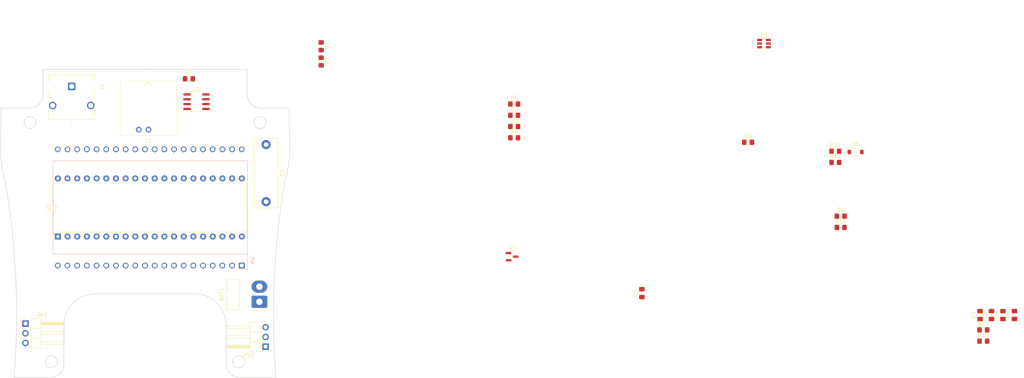
<source format=kicad_pcb>
(kicad_pcb (version 20221018) (generator pcbnew)
  (layers (0 "F.Cu" signal) (31 "B.Cu" mixed) (34 "B.Paste" user) (35 "F.Paste" user) (36 "B.SilkS" user "B.Silkscreen") (37 "F.SilkS" user "F.Silkscreen") (38 "B.Mask" user) (39 "F.Mask" user) (44 "Edge.Cuts" user))
  (net 0 "")
  (net 1 "+VDC")
  (net 2 "-VDC")
  (net 3 "Vref")
  (net 4 "GND")
  (net 5 "Net-(U2-OSC3)")
  (net 6 "Net-(U2-OSC1)")
  (net 7 "Net-(U2-CREF+)")
  (net 8 "Net-(U2-CREF-)")
  (net 9 "Net-(U2-A-Z)")
  (net 10 "Net-(C4-Pad2)")
  (net 11 "Net-(U2-INT)")
  (net 12 "Net-(D1-K)")
  (net 13 "BP")
  (net 14 "/scaled")
  (net 15 "Net-(R2-Pad2)")
  (net 16 "Net-(U1A--)")
  (net 17 "DP")
  (net 18 "Voffset")
  (net 19 "Net-(U1B-+)")
  (net 20 "Net-(U2-OSC2)")
  (net 21 "Net-(U2-BUFF)")
  (net 22 "Net-(J1-In)")
  (net 23 "Net-(J1-Ext)")
  (net 24 "Net-(U2-D1)")
  (net 25 "Net-(U2-C1)")
  (net 26 "Net-(U2-B1)")
  (net 27 "Net-(U2-A1)")
  (net 28 "Net-(U2-F1)")
  (net 29 "Net-(U2-G1)")
  (net 30 "Net-(U2-E1)")
  (net 31 "Net-(U2-D2)")
  (net 32 "Net-(U2-C2)")
  (net 33 "Net-(U2-B2)")
  (net 34 "Net-(U2-A2)")
  (net 35 "Net-(U2-F2)")
  (net 36 "Net-(U2-E2)")
  (net 37 "Net-(U2-D3)")
  (net 38 "Net-(U2-B3)")
  (net 39 "Net-(U2-F3)")
  (net 40 "Net-(U2-E3)")
  (net 41 "Net-(U2-AB4)")
  (net 42 "Net-(U2-POL)")
  (net 43 "Net-(U2-G3)")
  (net 44 "Net-(U2-A3)")
  (net 45 "Net-(U2-C3)")
  (net 46 "Net-(U2-G2)")
  (net 57 "Net-(J2-Pad5)")
  (net 58 "Net-(D1-A)")
  (footprint "Resistor_SMD:R_0805_2012Metric_Pad1.20x1.40mm_HandSolder" (layer "F.Cu") (at 188.595 64.0734)
    (fp_text reference "R7" (at 0 -1.65) (layer "F.SilkS"))
    (fp_text value "10k")
    (fp_line (start -0.227064 -0.735) (end 0.227064 -0.735) (stroke (width 0.12)) (layer "F.SilkS"))
    (fp_line (start -0.227064 0.735) (end 0.227064 0.735) (stroke (width 0.12)) (layer "F.SilkS"))
    (pad "1" smd roundrect (at -1 0) (size 1.2 1.4) (layers "F.Cu" "F.Paste" "F.Mask") (roundrect_rratio 0.208333) (net 18 "Voffset"))
    (pad "2" smd roundrect (at 1 0) (size 1.2 1.4) (layers "F.Cu" "F.Paste" "F.Mask") (roundrect_rratio 0.208333) (net 3 "Vref"))
  )
  (footprint "Capacitor_SMD:C_0805_2012Metric_Pad1.18x1.45mm_HandSolder" (layer "F.Cu") (at 310.81 116.49 90)
    (fp_text reference "C2" (at 0 -1.68 90) (layer "F.SilkS"))
    (fp_text value "100pF")
    (fp_line (start -0.261252 -0.735) (end 0.261252 -0.735) (stroke (width 0.12)) (layer "F.SilkS"))
    (fp_line (start -0.261252 0.735) (end 0.261252 0.735) (stroke (width 0.12)) (layer "F.SilkS"))
    (pad "1" smd roundrect (at -1.0375 0 90) (size 1.175 1.45) (layers "F.Cu" "F.Paste" "F.Mask") (roundrect_rratio 0.212766) (net 5 "Net-(U2-OSC3)"))
    (pad "2" smd roundrect (at 1.0375 0 90) (size 1.175 1.45) (layers "F.Cu" "F.Paste" "F.Mask") (roundrect_rratio 0.212766) (net 6 "Net-(U2-OSC1)"))
  )
  (footprint "Connector_Molex:Molex_KK-396_A-41792-0002_1x02_P3.96mm_Horizontal" (layer "F.Cu") (at 121.75 113 90)
    (fp_text reference "BAT1" (at 1.98 -9.91 90) (layer "F.SilkS"))
    (fp_text value "9V")
    (fp_line (start -2.305 -2) (end -2.305 2) (stroke (width 0.12)) (layer "F.SilkS"))
    (fp_line (start -2.015 -8.82) (end 5.975 -8.82) (stroke (width 0.12)) (layer "F.SilkS"))
    (fp_line (start -2.015 -5.3) (end -2.015 -8.82) (stroke (width 0.12)) (layer "F.SilkS"))
    (fp_line (start -0.8 -8.82) (end -0.8 -8.22) (stroke (width 0.12)) (layer "F.SilkS"))
    (fp_line (start -0.8 -8.22) (end 0.8 -8.22) (stroke (width 0.12)) (layer "F.SilkS"))
    (fp_line (start 0.8 -8.22) (end 0.8 -8.82) (stroke (width 0.12)) (layer "F.SilkS"))
    (fp_line (start 3.16 -8.82) (end 3.16 -8.22) (stroke (width 0.12)) (layer "F.SilkS"))
    (fp_line (start 3.16 -8.22) (end 4.76 -8.22) (stroke (width 0.12)) (layer "F.SilkS"))
    (fp_line (start 4.76 -8.22) (end 4.76 -8.82) (stroke (width 0.12)) (layer "F.SilkS"))
    (fp_line (start 5.975 -8.82) (end 5.975 -5.3) (stroke (width 0.12)) (layer "F.SilkS"))
    (fp_line (start 5.975 -5.3) (end -2.015 -5.3) (stroke (width 0.12)) (layer "F.SilkS"))
    (pad "1" thru_hole roundrect (at 0 0 90) (size 3.16 4.1) (drill 1.7) (layers "*.Cu" "*.Mask") (roundrect_rratio 0.079114) (net 1 "+VDC"))
    (pad "2" thru_hole oval (at 3.96 0 90) (size 3.16 4.1) (drill 1.7) (layers "*.Cu" "*.Mask") (net 2 "-VDC"))
  )
  (footprint "Package_TO_SOT_SMD:SOT-23" (layer "F.Cu") (at 188.0639 101.1682)
    (fp_text reference "Q1" (at 0 -2.4) (layer "F.SilkS"))
    (fp_text value "2N7002")
    (fp_line (start 0 -1.56) (end -1.675 -1.56) (stroke (width 0.12)) (layer "F.SilkS"))
    (fp_line (start 0 -1.56) (end 0.65 -1.56) (stroke (width 0.12)) (layer "F.SilkS"))
    (fp_line (start 0 1.56) (end -0.65 1.56) (stroke (width 0.12)) (layer "F.SilkS"))
    (fp_line (start 0 1.56) (end 0.65 1.56) (stroke (width 0.12)) (layer "F.SilkS"))
    (pad "1" smd roundrect (at -0.9375 -0.95) (size 1.475 0.6) (layers "F.Cu" "F.Paste" "F.Mask") (net 13 "BP"))
    (pad "2" smd roundrect (at -0.9375 0.95) (size 1.475 0.6) (layers "F.Cu" "F.Paste" "F.Mask") (net 4 "GND"))
    (pad "3" smd roundrect (at 0.9375 0) (size 1.475 0.6) (layers "F.Cu" "F.Paste" "F.Mask") (net 17 "DP"))
  )
  (footprint "Package_SO:SOIC-8_3.9x4.9mm_P1.27mm" (layer "F.Cu") (at 105.25 60.5)
    (fp_text reference "U1" (at 0 -3.4) (layer "F.SilkS"))
    (fp_text value "LMV358a")
    (fp_line (start 0 -2.56) (end -3.45 -2.56) (stroke (width 0.12)) (layer "F.SilkS"))
    (fp_line (start 0 -2.56) (end 1.95 -2.56) (stroke (width 0.12)) (layer "F.SilkS"))
    (fp_line (start 0 2.56) (end -1.95 2.56) (stroke (width 0.12)) (layer "F.SilkS"))
    (fp_line (start 0 2.56) (end 1.95 2.56) (stroke (width 0.12)) (layer "F.SilkS"))
    (pad "1" smd roundrect (at -2.475 -1.905) (size 1.95 0.6) (layers "F.Cu" "F.Paste" "F.Mask") (net 14 "/scaled"))
    (pad "2" smd roundrect (at -2.475 -0.635) (size 1.95 0.6) (layers "F.Cu" "F.Paste" "F.Mask") (net 16 "Net-(U1A--)"))
    (pad "3" smd roundrect (at -2.475 0.635) (size 1.95 0.6) (layers "F.Cu" "F.Paste" "F.Mask") (net 22 "Net-(J1-In)"))
    (pad "4" smd roundrect (at -2.475 1.905) (size 1.95 0.6) (layers "F.Cu" "F.Paste" "F.Mask") (net 2 "-VDC"))
    (pad "5" smd roundrect (at 2.475 1.905) (size 1.95 0.6) (layers "F.Cu" "F.Paste" "F.Mask") (net 19 "Net-(U1B-+)"))
    (pad "6" smd roundrect (at 2.475 0.635) (size 1.95 0.6) (layers "F.Cu" "F.Paste" "F.Mask") (net 4 "GND"))
    (pad "7" smd roundrect (at 2.475 -0.635) (size 1.95 0.6) (layers "F.Cu" "F.Paste" "F.Mask") (net 4 "GND"))
    (pad "8" smd roundrect (at 2.475 -1.905) (size 1.95 0.6) (layers "F.Cu" "F.Paste" "F.Mask") (net 1 "+VDC"))
  )
  (footprint "Capacitor_SMD:C_0805_2012Metric_Pad1.18x1.45mm_HandSolder" (layer "F.Cu") (at 222.0972 110.7401 90)
    (fp_text reference "C1" (at 0 -1.68 90) (layer "F.SilkS"))
    (fp_text value "1n")
    (fp_line (start -0.261252 -0.735) (end 0.261252 -0.735) (stroke (width 0.12)) (layer "F.SilkS"))
    (fp_line (start -0.261252 0.735) (end 0.261252 0.735) (stroke (width 0.12)) (layer "F.SilkS"))
    (pad "1" smd roundrect (at -1.0375 0 90) (size 1.175 1.45) (layers "F.Cu" "F.Paste" "F.Mask") (roundrect_rratio 0.212766) (net 3 "Vref"))
    (pad "2" smd roundrect (at 1.0375 0 90) (size 1.175 1.45) (layers "F.Cu" "F.Paste" "F.Mask") (roundrect_rratio 0.212766) (net 4 "GND"))
  )
  (footprint "Resistor_SMD:R_0805_2012Metric_Pad1.20x1.40mm_HandSolder" (layer "F.Cu") (at 188.595 61.1234)
    (fp_text reference "R6" (at 0 -1.65) (layer "F.SilkS"))
    (fp_text value "4.64k")
    (fp_line (start -0.227064 -0.735) (end 0.227064 -0.735) (stroke (width 0.12)) (layer "F.SilkS"))
    (fp_line (start -0.227064 0.735) (end 0.227064 0.735) (stroke (width 0.12)) (layer "F.SilkS"))
    (pad "1" smd roundrect (at -1 0) (size 1.2 1.4) (layers "F.Cu" "F.Paste" "F.Mask") (roundrect_rratio 0.208333) (net 4 "GND"))
    (pad "2" smd roundrect (at 1 0) (size 1.2 1.4) (layers "F.Cu" "F.Paste" "F.Mask") (roundrect_rratio 0.208333) (net 18 "Voffset"))
  )
  (footprint "Resistor_SMD:R_0805_2012Metric_Pad1.20x1.40mm_HandSolder" (layer "F.Cu") (at 188.595 69.9734)
    (fp_text reference "R9" (at 0 -1.65) (layer "F.SilkS"))
    (fp_text value "100K")
    (fp_line (start -0.227064 -0.735) (end 0.227064 -0.735) (stroke (width 0.12)) (layer "F.SilkS"))
    (fp_line (start -0.227064 0.735) (end 0.227064 0.735) (stroke (width 0.12)) (layer "F.SilkS"))
    (pad "1" smd roundrect (at -1 0) (size 1.2 1.4) (layers "F.Cu" "F.Paste" "F.Mask") (roundrect_rratio 0.208333) (net 2 "-VDC"))
    (pad "2" smd roundrect (at 1 0) (size 1.2 1.4) (layers "F.Cu" "F.Paste" "F.Mask") (roundrect_rratio 0.208333) (net 19 "Net-(U1B-+)"))
  )
  (footprint "Resistor_SMD:R_0805_2012Metric_Pad1.20x1.40mm_HandSolder" (layer "F.Cu") (at 137.95 49.96 -90)
    (fp_text reference "R3" (at 0 -1.65 90) (layer "F.SilkS"))
    (fp_text value "50M")
    (fp_line (start -0.227064 -0.735) (end 0.227064 -0.735) (stroke (width 0.12)) (layer "F.SilkS"))
    (fp_line (start -0.227064 0.735) (end 0.227064 0.735) (stroke (width 0.12)) (layer "F.SilkS"))
    (pad "1" smd roundrect (at -1 0 270) (size 1.2 1.4) (layers "F.Cu" "F.Paste" "F.Mask") (roundrect_rratio 0.208333) (net 15 "Net-(R2-Pad2)"))
    (pad "2" smd roundrect (at 1 0 270) (size 1.2 1.4) (layers "F.Cu" "F.Paste" "F.Mask") (roundrect_rratio 0.208333) (net 16 "Net-(U1A--)"))
  )
  (footprint "STX-3120-3B:KYCON_STX-3120-3B" (layer "F.Cu") (at 72.5 56.5 -90)
    (fp_text reference "J2" (at 0.175 -7.885 90) (layer "F.SilkS"))
    (fp_text value "10K")
    (fp_line (start -3 -6) (end -1.12 -6) (stroke (width 0.127)) (layer "F.SilkS"))
    (fp_line (start -3 6) (end -3 -6) (stroke (width 0.127)) (layer "F.SilkS"))
    (fp_line (start -1.12 6) (end -3 6) (stroke (width 0.127)) (layer "F.SilkS"))
    (fp_line (start 1.12 -6) (end 3.705 -6) (stroke (width 0.127)) (layer "F.SilkS"))
    (fp_line (start 1.12 6) (end 3.705 6) (stroke (width 0.127)) (layer "F.SilkS"))
    (fp_line (start 6.295 -6) (end 8.6 -6) (stroke (width 0.127)) (layer "F.SilkS"))
    (fp_line (start 8.6 -6) (end 8.6 6) (stroke (width 0.127)) (layer "F.SilkS"))
    (fp_line (start 8.6 6) (end 6.295 6) (stroke (width 0.127)) (layer "F.SilkS"))
    (fp_circle (center 9.35 0) (end 9.45 0) (stroke (width 0.2)) (fill none) (layer "F.SilkS"))
    (pad "" np_thru_hole circle (at 0 -5 270) (size 1.6 1.6) (drill 1.6) (layers "*.Cu" "*.Mask"))
    (pad "" np_thru_hole circle (at 0 5 270) (size 1.6 1.6) (drill 1.6) (layers "*.Cu" "*.Mask"))
    (pad "" np_thru_hole circle (at 5 0 270) (size 1.6 1.6) (drill 1.6) (layers "*.Cu" "*.Mask"))
    (pad "1" thru_hole rect (at 0 0 270) (size 1.95 1.95) (drill 1.3) (layers "*.Cu" "*.Mask") (net 14 "/scaled"))
    (pad "2" thru_hole circle (at 5 -5 270) (size 1.95 1.95) (drill 1.3) (layers "*.Cu" "*.Mask"))
    (pad "5" thru_hole circle (at 5 5 270) (size 1.95 1.95) (drill 1.3) (layers "*.Cu" "*.Mask") (net 57 "Net-(J2-Pad5)"))
  )
  (footprint "Resistor_SMD:R_0805_2012Metric_Pad1.20x1.40mm_HandSolder" (layer "F.Cu") (at 272.85 76.45)
    (fp_text reference "R12" (at 0 -1.65) (layer "F.SilkS"))
    (fp_text value "10k")
    (fp_line (start -0.227064 -0.735) (end 0.227064 -0.735) (stroke (width 0.12)) (layer "F.SilkS"))
    (fp_line (start -0.227064 0.735) (end 0.227064 0.735) (stroke (width 0.12)) (layer "F.SilkS"))
    (pad "1" smd roundrect (at -1 0) (size 1.2 1.4) (layers "F.Cu" "F.Paste" "F.Mask") (roundrect_rratio 0.208333) (net 2 "-VDC"))
    (pad "2" smd roundrect (at 1 0) (size 1.2 1.4) (layers "F.Cu" "F.Paste" "F.Mask") (roundrect_rratio 0.208333) (net 12 "Net-(D1-K)"))
  )
  (footprint "Package_DIP:DIP-40_W15.24mm" (layer "F.Cu") (at 68.875 95.875 90)
    (fp_text reference "U2" (at 7.62 -2.33 90) (layer "F.SilkS"))
    (fp_text value "ICL7106CPL")
    (fp_line (start 1.16 -1.33) (end 1.16 49.59) (stroke (width 0.12)) (layer "F.SilkS"))
    (fp_line (start 1.16 49.59) (end 14.08 49.59) (stroke (width 0.12)) (layer "F.SilkS"))
    (fp_line (start 6.62 -1.33) (end 1.16 -1.33) (stroke (width 0.12)) (layer "F.SilkS"))
    (fp_line (start 14.08 -1.33) (end 8.62 -1.33) (stroke (width 0.12)) (layer "F.SilkS"))
    (fp_line (start 14.08 49.59) (end 14.08 -1.33) (stroke (width 0.12)) (layer "F.SilkS"))
    (fp_arc (start 8.62 -1.33) (mid 7.62 -0.33) (end 6.62 -1.33) (stroke (width 0.12)) (layer "F.SilkS"))
    (pad "1" thru_hole rect (at 0 0 90) (size 1.6 1.6) (drill 0.8) (layers "*.Cu" "*.Mask") (net 1 "+VDC"))
    (pad "2" thru_hole oval (at 0 2.54 90) (size 1.6 1.6) (drill 0.8) (layers "*.Cu" "*.Mask") (net 24 "Net-(U2-D1)"))
    (pad "3" thru_hole oval (at 0 5.08 90) (size 1.6 1.6) (drill 0.8) (layers "*.Cu" "*.Mask") (net 25 "Net-(U2-C1)"))
    (pad "4" thru_hole oval (at 0 7.62 90) (size 1.6 1.6) (drill 0.8) (layers "*.Cu" "*.Mask") (net 26 "Net-(U2-B1)"))
    (pad "5" thru_hole oval (at 0 10.16 90) (size 1.6 1.6) (drill 0.8) (layers "*.Cu" "*.Mask") (net 27 "Net-(U2-A1)"))
    (pad "6" thru_hole oval (at 0 12.7 90) (size 1.6 1.6) (drill 0.8) (layers "*.Cu" "*.Mask") (net 28 "Net-(U2-F1)"))
    (pad "7" thru_hole oval (at 0 15.24 90) (size 1.6 1.6) (drill 0.8) (layers "*.Cu" "*.Mask") (net 29 "Net-(U2-G1)"))
    (pad "8" thru_hole oval (at 0 17.78 90) (size 1.6 1.6) (drill 0.8) (layers "*.Cu" "*.Mask") (net 30 "Net-(U2-E1)"))
    (pad "9" thru_hole oval (at 0 20.32 90) (size 1.6 1.6) (drill 0.8) (layers "*.Cu" "*.Mask") (net 31 "Net-(U2-D2)"))
    (pad "10" thru_hole oval (at 0 22.86 90) (size 1.6 1.6) (drill 0.8) (layers "*.Cu" "*.Mask") (net 32 "Net-(U2-C2)"))
    (pad "11" thru_hole oval (at 0 25.4 90) (size 1.6 1.6) (drill 0.8) (layers "*.Cu" "*.Mask") (net 33 "Net-(U2-B2)"))
    (pad "12" thru_hole oval (at 0 27.94 90) (size 1.6 1.6) (drill 0.8) (layers "*.Cu" "*.Mask") (net 34 "Net-(U2-A2)"))
    (pad "13" thru_hole oval (at 0 30.48 90) (size 1.6 1.6) (drill 0.8) (layers "*.Cu" "*.Mask") (net 35 "Net-(U2-F2)"))
    (pad "14" thru_hole oval (at 0 33.02 90) (size 1.6 1.6) (drill 0.8) (layers "*.Cu" "*.Mask") (net 36 "Net-(U2-E2)"))
    (pad "15" thru_hole oval (at 0 35.56 90) (size 1.6 1.6) (drill 0.8) (layers "*.Cu" "*.Mask") (net 37 "Net-(U2-D3)"))
    (pad "16" thru_hole oval (at 0 38.1 90) (size 1.6 1.6) (drill 0.8) (layers "*.Cu" "*.Mask") (net 38 "Net-(U2-B3)"))
    (pad "17" thru_hole oval (at 0 40.64 90) (size 1.6 1.6) (drill 0.8) (layers "*.Cu" "*.Mask") (net 39 "Net-(U2-F3)"))
    (pad "18" thru_hole oval (at 0 43.18 90) (size 1.6 1.6) (drill 0.8) (layers "*.Cu" "*.Mask") (net 40 "Net-(U2-E3)"))
    (pad "19" thru_hole oval (at 0 45.72 90) (size 1.6 1.6) (drill 0.8) (layers "*.Cu" "*.Mask") (net 41 "Net-(U2-AB4)"))
    (pad "20" thru_hole oval (at 0 48.26 90) (size 1.6 1.6) (drill 0.8) (layers "*.Cu" "*.Mask") (net 42 "Net-(U2-POL)"))
    (pad "21" thru_hole oval (at 15.24 48.26 90) (size 1.6 1.6) (drill 0.8) (layers "*.Cu" "*.Mask") (net 13 "BP"))
    (pad "22" thru_hole oval (at 15.24 45.72 90) (size 1.6 1.6) (drill 0.8) (layers "*.Cu" "*.Mask") (net 43 "Net-(U2-G3)"))
    (pad "23" thru_hole oval (at 15.24 43.18 90) (size 1.6 1.6) (drill 0.8) (layers "*.Cu" "*.Mask") (net 44 "Net-(U2-A3)"))
    (pad "24" thru_hole oval (at 15.24 40.64 90) (size 1.6 1.6) (drill 0.8) (layers "*.Cu" "*.Mask") (net 45 "Net-(U2-C3)"))
    (pad "25" thru_hole oval (at 15.24 38.1 90) (size 1.6 1.6) (drill 0.8) (layers "*.Cu" "*.Mask") (net 46 "Net-(U2-G2)"))
    (pad "26" thru_hole oval (at 15.24 35.56 90) (size 1.6 1.6) (drill 0.8) (layers "*.Cu" "*.Mask") (net 2 "-VDC"))
    (pad "27" thru_hole oval (at 15.24 33.02 90) (size 1.6 1.6) (drill 0.8) (layers "*.Cu" "*.Mask") (net 11 "Net-(U2-INT)"))
    (pad "28" thru_hole oval (at 15.24 30.48 90) (size 1.6 1.6) (drill 0.8) (layers "*.Cu" "*.Mask") (net 21 "Net-(U2-BUFF)"))
    (pad "29" thru_hole oval (at 15.24 27.94 90) (size 1.6 1.6) (drill 0.8) (layers "*.Cu" "*.Mask") (net 9 "Net-(U2-A-Z)"))
    (pad "30" thru_hole oval (at 15.24 25.4 90) (size 1.6 1.6) (drill 0.8) (layers "*.Cu" "*.Mask") (net 14 "/scaled"))
    (pad "31" thru_hole oval (at 15.24 22.86 90) (size 1.6 1.6) (drill 0.8) (layers "*.Cu" "*.Mask") (net 18 "Voffset"))
    (pad "32" thru_hole oval (at 15.24 20.32 90) (size 1.6 1.6) (drill 0.8) (layers "*.Cu" "*.Mask") (net 4 "GND"))
    (pad "33" thru_hole oval (at 15.24 17.78 90) (size 1.6 1.6) (drill 0.8) (layers "*.Cu" "*.Mask") (net 8 "Net-(U2-CREF-)"))
    (pad "34" thru_hole oval (at 15.24 15.24 90) (size 1.6 1.6) (drill 0.8) (layers "*.Cu" "*.Mask") (net 7 "Net-(U2-CREF+)"))
    (pad "35" thru_hole oval (at 15.24 12.7 90) (size 1.6 1.6) (drill 0.8) (layers "*.Cu" "*.Mask") (net 4 "GND"))
    (pad "36" thru_hole oval (at 15.24 10.16 90) (size 1.6 1.6) (drill 0.8) (layers "*.Cu" "*.Mask") (net 3 "Vref"))
    (pad "37" thru_hole oval (at 15.24 7.62 90) (size 1.6 1.6) (drill 0.8) (layers "*.Cu" "*.Mask"))
    (pad "38" thru_hole oval (at 15.24 5.08 90) (size 1.6 1.6) (drill 0.8) (layers "*.Cu" "*.Mask") (net 5 "Net-(U2-OSC3)"))
    (pad "39" thru_hole oval (at 15.24 2.54 90) (size 1.6 1.6) (drill 0.8) (layers "*.Cu" "*.Mask") (net 20 "Net-(U2-OSC2)"))
    (pad "40" thru_hole oval (at 15.24 0 90) (size 1.6 1.6) (drill 0.8) (layers "*.Cu" "*.Mask") (net 6 "Net-(U2-OSC1)"))
  )
  (footprint "Resistor_SMD:R_0805_2012Metric_Pad1.20x1.40mm_HandSolder" (layer "F.Cu") (at 311.68 123.32)
    (fp_text reference "R14" (at 0 -1.65) (layer "F.SilkS"))
    (fp_text value "470k")
    (fp_line (start -0.227064 -0.735) (end 0.227064 -0.735) (stroke (width 0.12)) (layer "F.SilkS"))
    (fp_line (start -0.227064 0.735) (end 0.227064 0.735) (stroke (width 0.12)) (layer "F.SilkS"))
    (pad "1" smd roundrect (at -1 0) (size 1.2 1.4) (layers "F.Cu" "F.Paste" "F.Mask") (roundrect_rratio 0.208333) (net 21 "Net-(U2-BUFF)"))
    (pad "2" smd roundrect (at 1 0) (size 1.2 1.4) (layers "F.Cu" "F.Paste" "F.Mask") (roundrect_rratio 0.208333) (net 10 "Net-(C4-Pad2)"))
  )
  (footprint "Resistor_SMD:R_0805_2012Metric_Pad1.20x1.40mm_HandSolder" (layer "F.Cu") (at 188.595 67.0234)
    (fp_text reference "R8" (at 0 -1.65) (layer "F.SilkS"))
    (fp_text value "100K")
    (fp_line (start -0.227064 -0.735) (end 0.227064 -0.735) (stroke (width 0.12)) (layer "F.SilkS"))
    (fp_line (start -0.227064 0.735) (end 0.227064 0.735) (stroke (width 0.12)) (layer "F.SilkS"))
    (pad "1" smd roundrect (at -1 0) (size 1.2 1.4) (layers "F.Cu" "F.Paste" "F.Mask") (roundrect_rratio 0.208333) (net 19 "Net-(U1B-+)"))
    (pad "2" smd roundrect (at 1 0) (size 1.2 1.4) (layers "F.Cu" "F.Paste" "F.Mask") (roundrect_rratio 0.208333) (net 1 "+VDC"))
  )
  (footprint "Capacitor_SMD:C_0805_2012Metric_Pad1.18x1.45mm_HandSolder" (layer "F.Cu") (at 316.83 116.49 90)
    (fp_text reference "C4" (at 0 -1.68 90) (layer "F.SilkS"))
    (fp_text value ".047uF")
    (fp_line (start -0.261252 -0.735) (end 0.261252 -0.735) (stroke (width 0.12)) (layer "F.SilkS"))
    (fp_line (start -0.261252 0.735) (end 0.261252 0.735) (stroke (width 0.12)) (layer "F.SilkS"))
    (pad "1" smd roundrect (at -1.0375 0 90) (size 1.175 1.45) (layers "F.Cu" "F.Paste" "F.Mask") (roundrect_rratio 0.212766) (net 9 "Net-(U2-A-Z)"))
    (pad "2" smd roundrect (at 1.0375 0 90) (size 1.175 1.45) (layers "F.Cu" "F.Paste" "F.Mask") (roundrect_rratio 0.212766) (net 10 "Net-(C4-Pad2)"))
  )
  (footprint "Resistor_SMD:R_0805_2012Metric_Pad1.20x1.40mm_HandSolder" (layer "F.Cu") (at 137.95 45.96 -90)
    (fp_text reference "R2" (at 0 -1.65 90) (layer "F.SilkS"))
    (fp_text value "10k")
    (fp_line (start -0.227064 -0.735) (end 0.227064 -0.735) (stroke (width 0.12)) (layer "F.SilkS"))
    (fp_line (start -0.227064 0.735) (end 0.227064 0.735) (stroke (width 0.12)) (layer "F.SilkS"))
    (pad "1" smd roundrect (at -1 0 270) (size 1.2 1.4) (layers "F.Cu" "F.Paste" "F.Mask") (roundrect_rratio 0.208333) (net 4 "GND"))
    (pad "2" smd roundrect (at 1 0 270) (size 1.2 1.4) (layers "F.Cu" "F.Paste" "F.Mask") (roundrect_rratio 0.208333) (net 15 "Net-(R2-Pad2)"))
  )
  (footprint "Capacitor_THT:C_Rect_L18.0mm_W6.0mm_P15.00mm_FKS3_FKP3" (layer "F.Cu") (at 123.5 71.75 -90)
    (fp_text reference "C5" (at 7.5 -4.25 90) (layer "F.SilkS"))
    (fp_text value ".22uF")
    (fp_line (start -1.62 -3.12) (end -1.62 3.12) (stroke (width 0.12)) (layer "F.SilkS"))
    (fp_line (start -1.62 -3.12) (end 16.62 -3.12) (stroke (width 0.12)) (layer "F.SilkS"))
    (fp_line (start -1.62 3.12) (end 16.62 3.12) (stroke (width 0.12)) (layer "F.SilkS"))
    (fp_line (start 16.62 -3.12) (end 16.62 3.12) (stroke (width 0.12)) (layer "F.SilkS"))
    (pad "1" thru_hole circle (at 0 0 270) (size 2.4 2.4) (drill 1.2) (layers "*.Cu" "*.Mask") (net 11 "Net-(U2-INT)"))
    (pad "2" thru_hole circle (at 15 0 270) (size 2.4 2.4) (drill 1.2) (layers "*.Cu" "*.Mask") (net 10 "Net-(C4-Pad2)"))
  )
  (footprint "Resistor_SMD:R_0805_2012Metric_Pad1.20x1.40mm_HandSolder" (layer "F.Cu") (at 103.25 54.5)
    (fp_text reference "R1" (at 0 -1.65) (layer "F.SilkS"))
    (fp_text value "6.2k")
    (fp_line (start -0.227064 -0.735) (end 0.227064 -0.735) (stroke (width 0.12)) (layer "F.SilkS"))
    (fp_line (start -0.227064 0.735) (end 0.227064 0.735) (stroke (width 0.12)) (layer "F.SilkS"))
    (pad "1" smd roundrect (at -1 0) (size 1.2 1.4) (layers "F.Cu" "F.Paste" "F.Mask") (roundrect_rratio 0.208333) (net 57 "Net-(J2-Pad5)"))
    (pad "2" smd roundrect (at 1 0) (size 1.2 1.4) (layers "F.Cu" "F.Paste" "F.Mask") (roundrect_rratio 0.208333) (net 14 "/scaled"))
  )
  (footprint "Package_TO_SOT_SMD:SOT-23-6" (layer "F.Cu") (at 254.1325 45.2526)
    (fp_text reference "U3" (at 0 -2.4) (layer "F.SilkS"))
    (fp_text value "MCP1501-10xCH")
    (fp_line (start 0 -1.56) (end -1.8 -1.56) (stroke (width 0.12)) (layer "F.SilkS"))
    (fp_line (start 0 -1.56) (end 0.8 -1.56) (stroke (width 0.12)) (layer "F.SilkS"))
    (fp_line (start 0 1.56) (end -0.8 1.56) (stroke (width 0.12)) (layer "F.SilkS"))
    (fp_line (start 0 1.56) (end 0.8 1.56) (stroke (width 0.12)) (layer "F.SilkS"))
    (pad "1" smd roundrect (at -1.1375 -0.95) (size 1.325 0.6) (layers "F.Cu" "F.Paste" "F.Mask") (net 3 "Vref"))
    (pad "2" smd roundrect (at -1.1375 0) (size 1.325 0.6) (layers "F.Cu" "F.Paste" "F.Mask") (net 4 "GND"))
    (pad "3" smd roundrect (at -1.1375 0.95) (size 1.325 0.6) (layers "F.Cu" "F.Paste" "F.Mask") (net 4 "GND"))
    (pad "4" smd roundrect (at 1.1375 0.95) (size 1.325 0.6) (layers "F.Cu" "F.Paste" "F.Mask") (net 1 "+VDC"))
    (pad "5" smd roundrect (at 1.1375 0) (size 1.325 0.6) (layers "F.Cu" "F.Paste" "F.Mask") (net 4 "GND"))
    (pad "6" smd roundrect (at 1.1375 -0.95) (size 1.325 0.6) (layers "F.Cu" "F.Paste" "F.Mask") (net 1 "+VDC"))
  )
  (footprint "Resistor_SMD:R_0805_2012Metric_Pad1.20x1.40mm_HandSolder" (layer "F.Cu") (at 311.68 120.37)
    (fp_text reference "R13" (at 0 -1.65) (layer "F.SilkS"))
    (fp_text value "100k")
    (fp_line (start -0.227064 -0.735) (end 0.227064 -0.735) (stroke (width 0.12)) (layer "F.SilkS"))
    (fp_line (start -0.227064 0.735) (end 0.227064 0.735) (stroke (width 0.12)) (layer "F.SilkS"))
    (pad "1" smd roundrect (at -1 0) (size 1.2 1.4) (layers "F.Cu" "F.Paste" "F.Mask") (roundrect_rratio 0.208333) (net 6 "Net-(U2-OSC1)"))
    (pad "2" smd roundrect (at 1 0) (size 1.2 1.4) (layers "F.Cu" "F.Paste" "F.Mask") (roundrect_rratio 0.208333) (net 20 "Net-(U2-OSC2)"))
  )
  (footprint "Resistor_SMD:R_0805_2012Metric_Pad1.20x1.40mm_HandSolder" (layer "F.Cu") (at 274.25 93.5)
    (fp_text reference "R10" (at 0 -1.65) (layer "F.SilkS"))
    (fp_text value "10k")
    (fp_line (start -0.227064 -0.735) (end 0.227064 -0.735) (stroke (width 0.12)) (layer "F.SilkS"))
    (fp_line (start -0.227064 0.735) (end 0.227064 0.735) (stroke (width 0.12)) (layer "F.SilkS"))
    (pad "1" smd roundrect (at -1 0) (size 1.2 1.4) (layers "F.Cu" "F.Paste" "F.Mask") (roundrect_rratio 0.208333) (net 12 "Net-(D1-K)"))
    (pad "2" smd roundrect (at 1 0) (size 1.2 1.4) (layers "F.Cu" "F.Paste" "F.Mask") (roundrect_rratio 0.208333) (net 4 "GND"))
  )
  (footprint "Diode_SMD:D_SOD-123" (layer "F.Cu") (at 278.145 73.7)
    (fp_text reference "D1" (at 0 -2) (layer "F.SilkS"))
    (fp_text value "1N4148W")
    (fp_line (start -2.36 -1) (end -2.36 1) (stroke (width 0.12)) (layer "F.SilkS"))
    (fp_line (start -2.36 -1) (end 1.65 -1) (stroke (width 0.12)) (layer "F.SilkS"))
    (fp_line (start -2.36 1) (end 1.65 1) (stroke (width 0.12)) (layer "F.SilkS"))
    (pad "1" smd roundrect (at -1.65 0) (size 0.9 1.2) (layers "F.Cu" "F.Paste" "F.Mask") (net 12 "Net-(D1-K)"))
    (pad "2" smd roundrect (at 1.65 0) (size 0.9 1.2) (layers "F.Cu" "F.Paste" "F.Mask") (net 58 "Net-(D1-A)"))
  )
  (footprint "Connector_PinHeader_2.54mm:PinHeader_1x03_P2.54mm_Horizontal" (layer "F.Cu") (at 60.375 118.725)
    (fp_text reference "RV1" (at 4.385 -2.27) (layer "F.SilkS"))
    (fp_text value "10k")
    (fp_line (start -1.27 -1.27) (end 0 -1.27) (stroke (width 0.12)) (layer "F.SilkS"))
    (fp_line (start -1.27 0) (end -1.27 -1.27) (stroke (width 0.12)) (layer "F.SilkS"))
    (fp_line (start 1.042929 2.16) (end 1.44 2.16) (stroke (width 0.12)) (layer "F.SilkS"))
    (fp_line (start 1.042929 2.92) (end 1.44 2.92) (stroke (width 0.12)) (layer "F.SilkS"))
    (fp_line (start 1.042929 4.7) (end 1.44 4.7) (stroke (width 0.12)) (layer "F.SilkS"))
    (fp_line (start 1.042929 5.46) (end 1.44 5.46) (stroke (width 0.12)) (layer "F.SilkS"))
    (fp_line (start 1.11 -0.38) (end 1.44 -0.38) (stroke (width 0.12)) (layer "F.SilkS"))
    (fp_line (start 1.11 0.38) (end 1.44 0.38) (stroke (width 0.12)) (layer "F.SilkS"))
    (fp_line (start 1.44 -1.33) (end 1.44 6.41) (stroke (width 0.12)) (layer "F.SilkS"))
    (fp_line (start 1.44 1.27) (end 4.1 1.27) (stroke (width 0.12)) (layer "F.SilkS"))
    (fp_line (start 1.44 3.81) (end 4.1 3.81) (stroke (width 0.12)) (layer "F.SilkS"))
    (fp_line (start 1.44 6.41) (end 4.1 6.41) (stroke (width 0.12)) (layer "F.SilkS"))
    (fp_line (start 4.1 -1.33) (end 1.44 -1.33) (stroke (width 0.12)) (layer "F.SilkS"))
    (fp_line (start 4.1 -0.38) (end 10.1 -0.38) (stroke (width 0.12)) (layer "F.SilkS"))
    (fp_line (start 4.1 -0.32) (end 10.1 -0.32) (stroke (width 0.12)) (layer "F.SilkS"))
    (fp_line (start 4.1 -0.2) (end 10.1 -0.2) (stroke (width 0.12)) (layer "F.SilkS"))
    (fp_line (start 4.1 -0.08) (end 10.1 -0.08) (stroke (width 0.12)) (layer "F.SilkS"))
    (fp_line (start 4.1 0.04) (end 10.1 0.04) (stroke (width 0.12)) (layer "F.SilkS"))
    (fp_line (start 4.1 0.16) (end 10.1 0.16) (stroke (width 0.12)) (layer "F.SilkS"))
    (fp_line (start 4.1 0.28) (end 10.1 0.28) (stroke (width 0.12)) (layer "F.SilkS"))
    (fp_line (start 4.1 2.16) (end 10.1 2.16) (stroke (width 0.12)) (layer "F.SilkS"))
    (fp_line (start 4.1 4.7) (end 10.1 4.7) (stroke (width 0.12)) (layer "F.SilkS"))
    (fp_line (start 4.1 6.41) (end 4.1 -1.33) (stroke (width 0.12)) (layer "F.SilkS"))
    (fp_line (start 10.1 -0.38) (end 10.1 0.38) (stroke (width 0.12)) (layer "F.SilkS"))
    (fp_line (start 10.1 0.38) (end 4.1 0.38) (stroke (width 0.12)) (layer "F.SilkS"))
    (fp_line (start 10.1 2.16) (end 10.1 2.92) (stroke (width 0.12)) (layer "F.SilkS"))
    (fp_line (start 10.1 2.92) (end 4.1 2.92) (stroke (width 0.12)) (layer "F.SilkS"))
    (fp_line (start 10.1 4.7) (end 10.1 5.46) (stroke (width 0.12)) (layer "F.SilkS"))
    (fp_line (start 10.1 5.46) (end 4.1 5.46) (stroke (width 0.12)) (layer "F.SilkS"))
    (pad "1" thru_hole rect (at 0 0) (size 1.7 1.7) (drill 1) (layers "*.Cu" "*.Mask") (net 58 "Net-(D1-A)"))
    (pad "2" thru_hole oval (at 0 2.54) (size 1.7 1.7) (drill 1) (layers "*.Cu" "*.Mask") (net 23 "Net-(J1-Ext)"))
    (pad "3" thru_hole oval (at 0 5.08) (size 1.7 1.7) (drill 1) (layers "*.Cu" "*.Mask") (net 12 "Net-(D1-K)"))
  )
  (footprint "Capacitor_SMD:C_0805_2012Metric_Pad1.18x1.45mm_HandSolder" (layer "F.Cu") (at 313.82 116.49 90)
    (fp_text reference "C3" (at 0 -1.68 90) (layer "F.SilkS"))
    (fp_text value ".01uF")
    (fp_line (start -0.261252 -0.735) (end 0.261252 -0.735) (stroke (width 0.12)) (layer "F.SilkS"))
    (fp_line (start -0.261252 0.735) (end 0.261252 0.735) (stroke (width 0.12)) (layer "F.SilkS"))
    (pad "1" smd roundrect (at -1.0375 0 90) (size 1.175 1.45) (layers "F.Cu" "F.Paste" "F.Mask") (roundrect_rratio 0.212766) (net 7 "Net-(U2-CREF+)"))
    (pad "2" smd roundrect (at 1.0375 0 90) (size 1.175 1.45) (layers "F.Cu" "F.Paste" "F.Mask") (roundrect_rratio 0.212766) (net 8 "Net-(U2-CREF-)"))
  )
  (footprint "Resistor_SMD:R_0805_2012Metric_Pad1.20x1.40mm_HandSolder" (layer "F.Cu") (at 274.25 90.55)
    (fp_text reference "R4" (at 0 -1.65) (layer "F.SilkS"))
    (fp_text value "10k")
    (fp_line (start -0.227064 -0.735) (end 0.227064 -0.735) (stroke (width 0.12)) (layer "F.SilkS"))
    (fp_line (start -0.227064 0.735) (end 0.227064 0.735) (stroke (width 0.12)) (layer "F.SilkS"))
    (pad "1" smd roundrect (at -1 0) (size 1.2 1.4) (layers "F.Cu" "F.Paste" "F.Mask") (roundrect_rratio 0.208333) (net 4 "GND"))
    (pad "2" smd roundrect (at 1 0) (size 1.2 1.4) (layers "F.Cu" "F.Paste" "F.Mask") (roundrect_rratio 0.208333) (net 58 "Net-(D1-A)"))
  )
  (footprint "Resistor_SMD:R_0805_2012Metric_Pad1.20x1.40mm_HandSolder" (layer "F.Cu") (at 272.85 73.5)
    (fp_text reference "R11" (at 0 -1.65) (layer "F.SilkS"))
    (fp_text value "10k")
    (fp_line (start -0.227064 -0.735) (end 0.227064 -0.735) (stroke (width 0.12)) (layer "F.SilkS"))
    (fp_line (start -0.227064 0.735) (end 0.227064 0.735) (stroke (width 0.12)) (layer "F.SilkS"))
    (pad "1" smd roundrect (at -1 0) (size 1.2 1.4) (layers "F.Cu" "F.Paste" "F.Mask") (roundrect_rratio 0.208333) (net 58 "Net-(D1-A)"))
    (pad "2" smd roundrect (at 1 0) (size 1.2 1.4) (layers "F.Cu" "F.Paste" "F.Mask") (roundrect_rratio 0.208333) (net 1 "+VDC"))
  )
  (footprint "Connector_Coaxial:BNC_Amphenol_031-6575_Horizontal" (layer "F.Cu") (at 92.6426 69.35)
    (fp_text reference "J1" (at 0 1.4) (layer "F.SilkS"))
    (fp_text value "RF1-01 BNC")
    (fp_line (start -7.38 -14.2) (end -7.38 0) (stroke (width 0.1)) (layer "F.SilkS"))
    (fp_line (start -7.38 -14.2) (end 7.37 -14.2) (stroke (width 0.1)) (layer "F.SilkS"))
    (fp_line (start -7.38 0) (end 7.37 0) (stroke (width 0.1)) (layer "F.SilkS"))
    (fp_line (start 0 -14) (end -1 -13) (stroke (width 0.12)) (layer "F.SilkS"))
    (fp_line (start 0 -14) (end 1 -13) (stroke (width 0.12)) (layer "F.SilkS"))
    (fp_line (start 7.37 -14.2) (end 7.37 0) (stroke (width 0.1)) (layer "F.SilkS"))
    (pad "" np_thru_hole circle (at -5.08 -6.58) (size 2 2) (drill 2) (layers "F&B.Cu" "*.Mask"))
    (pad "" np_thru_hole circle (at 5.08 -6.58) (size 2 2) (drill 2) (layers "F&B.Cu" "*.Mask"))
    (pad "1" thru_hole circle (at 0 -1.5) (size 1.5 1.5) (drill 0.89) (layers "*.Cu" "*.Mask") (net 22 "Net-(J1-In)"))
    (pad "2" thru_hole circle (at -2.55 -1.5) (size 1.5 1.5) (drill 0.89) (layers "*.Cu" "*.Mask") (net 23 "Net-(J1-Ext)"))
  )
  (footprint "Connector_PinHeader_2.54mm:PinHeader_1x03_P2.54mm_Horizontal" (layer "F.Cu") (at 123.375 124.775 180)
    (fp_text reference "RV2" (at 4.385 -2.27) (layer "F.SilkS"))
    (fp_text value "10k")
    (fp_line (start -1.27 -1.27) (end 0 -1.27) (stroke (width 0.12)) (layer "F.SilkS"))
    (fp_line (start -1.27 0) (end -1.27 -1.27) (stroke (width 0.12)) (layer "F.SilkS"))
    (fp_line (start 1.042929 2.16) (end 1.44 2.16) (stroke (width 0.12)) (layer "F.SilkS"))
    (fp_line (start 1.042929 2.92) (end 1.44 2.92) (stroke (width 0.12)) (layer "F.SilkS"))
    (fp_line (start 1.042929 4.7) (end 1.44 4.7) (stroke (width 0.12)) (layer "F.SilkS"))
    (fp_line (start 1.042929 5.46) (end 1.44 5.46) (stroke (width 0.12)) (layer "F.SilkS"))
    (fp_line (start 1.11 -0.38) (end 1.44 -0.38) (stroke (width 0.12)) (layer "F.SilkS"))
    (fp_line (start 1.11 0.38) (end 1.44 0.38) (stroke (width 0.12)) (layer "F.SilkS"))
    (fp_line (start 1.44 -1.33) (end 1.44 6.41) (stroke (width 0.12)) (layer "F.SilkS"))
    (fp_line (start 1.44 1.27) (end 4.1 1.27) (stroke (width 0.12)) (layer "F.SilkS"))
    (fp_line (start 1.44 3.81) (end 4.1 3.81) (stroke (width 0.12)) (layer "F.SilkS"))
    (fp_line (start 1.44 6.41) (end 4.1 6.41) (stroke (width 0.12)) (layer "F.SilkS"))
    (fp_line (start 4.1 -1.33) (end 1.44 -1.33) (stroke (width 0.12)) (layer "F.SilkS"))
    (fp_line (start 4.1 -0.38) (end 10.1 -0.38) (stroke (width 0.12)) (layer "F.SilkS"))
    (fp_line (start 4.1 -0.32) (end 10.1 -0.32) (stroke (width 0.12)) (layer "F.SilkS"))
    (fp_line (start 4.1 -0.2) (end 10.1 -0.2) (stroke (width 0.12)) (layer "F.SilkS"))
    (fp_line (start 4.1 -0.08) (end 10.1 -0.08) (stroke (width 0.12)) (layer "F.SilkS"))
    (fp_line (start 4.1 0.04) (end 10.1 0.04) (stroke (width 0.12)) (layer "F.SilkS"))
    (fp_line (start 4.1 0.16) (end 10.1 0.16) (stroke (width 0.12)) (layer "F.SilkS"))
    (fp_line (start 4.1 0.28) (end 10.1 0.28) (stroke (width 0.12)) (layer "F.SilkS"))
    (fp_line (start 4.1 2.16) (end 10.1 2.16) (stroke (width 0.12)) (layer "F.SilkS"))
    (fp_line (start 4.1 4.7) (end 10.1 4.7) (stroke (width 0.12)) (layer "F.SilkS"))
    (fp_line (start 4.1 6.41) (end 4.1 -1.33) (stroke (width 0.12)) (layer "F.SilkS"))
    (fp_line (start 10.1 -0.38) (end 10.1 0.38) (stroke (width 0.12)) (layer "F.SilkS"))
    (fp_line (start 10.1 0.38) (end 4.1 0.38) (stroke (width 0.12)) (layer "F.SilkS"))
    (fp_line (start 10.1 2.16) (end 10.1 2.92) (stroke (width 0.12)) (layer "F.SilkS"))
    (fp_line (start 10.1 2.92) (end 4.1 2.92) (stroke (width 0.12)) (layer "F.SilkS"))
    (fp_line (start 10.1 4.7) (end 10.1 5.46) (stroke (width 0.12)) (layer "F.SilkS"))
    (fp_line (start 10.1 5.46) (end 4.1 5.46) (stroke (width 0.12)) (layer "F.SilkS"))
    (pad "1" thru_hole rect (at 0 0 180) (size 1.7 1.7) (drill 1) (layers "*.Cu" "*.Mask") (net 57 "Net-(J2-Pad5)"))
    (pad "2" thru_hole oval (at 0 2.54 180) (size 1.7 1.7) (drill 1) (layers "*.Cu" "*.Mask") (net 57 "Net-(J2-Pad5)"))
    (pad "3" thru_hole oval (at 0 5.08 180) (size 1.7 1.7) (drill 1) (layers "*.Cu" "*.Mask") (net 15 "Net-(R2-Pad2)"))
  )
  (footprint "Capacitor_SMD:C_0805_2012Metric_Pad1.18x1.45mm_HandSolder" (layer "F.Cu") (at 319.84 116.49 90)
    (fp_text reference "C6" (at 0 -1.68 90) (layer "F.SilkS"))
    (fp_text value "0.1uF")
    (fp_line (start -0.261252 -0.735) (end 0.261252 -0.735) (stroke (width 0.12)) (layer "F.SilkS"))
    (fp_line (start -0.261252 0.735) (end 0.261252 0.735) (stroke (width 0.12)) (layer "F.SilkS"))
    (pad "1" smd roundrect (at -1.0375 0 90) (size 1.175 1.45) (layers "F.Cu" "F.Paste" "F.Mask") (roundrect_rratio 0.212766) (net 1 "+VDC"))
    (pad "2" smd roundrect (at 1.0375 0 90) (size 1.175 1.45) (layers "F.Cu" "F.Paste" "F.Mask") (roundrect_rratio 0.212766) (net 2 "-VDC"))
  )
  (footprint "Resistor_SMD:R_0805_2012Metric_Pad1.20x1.40mm_HandSolder" (layer "F.Cu") (at 249.952 71.1454)
    (fp_text reference "R5" (at 0 -1.65) (layer "F.SilkS"))
    (fp_text value "10k")
    (fp_line (start -0.227064 -0.735) (end 0.227064 -0.735) (stroke (width 0.12)) (layer "F.SilkS"))
    (fp_line (start -0.227064 0.735) (end 0.227064 0.735) (stroke (width 0.12)) (layer "F.SilkS"))
    (pad "1" smd roundrect (at -1 0) (size 1.2 1.4) (layers "F.Cu" "F.Paste" "F.Mask") (roundrect_rratio 0.208333) (net 17 "DP"))
    (pad "2" smd roundrect (at 1 0) (size 1.2 1.4) (layers "F.Cu" "F.Paste" "F.Mask") (roundrect_rratio 0.208333) (net 1 "+VDC"))
  )
  (footprint "Display_7Segment:DE113-XX-XX" (layer "B.Cu") (at 117.123 103.5 90)
    (fp_text reference "U4" (at 1.38 2.75 270) (layer "B.SilkS") (effects (justify mirror)))
    (fp_text value "VI-302-DP-RC-S")
    (fp_line (start -1 1.5) (end -1 -1) (stroke (width 0.12)) (layer "B.SilkS"))
    (fp_line (start 3 -49.5) (end 3 1.5) (stroke (width 0.12)) (layer "B.SilkS"))
    (fp_line (start 3 1.5) (end -1 1.5) (stroke (width 0.12)) (layer "B.SilkS"))
    (fp_line (start 3 1.5) (end 27.5 1.5) (stroke (width 0.12)) (layer "B.SilkS"))
    (fp_line (start 27.5 -49.5) (end 3 -49.5) (stroke (width 0.12)) (layer "B.SilkS"))
    (fp_line (start 27.5 1.5) (end 27.5 -49.5) (stroke (width 0.12)) (layer "B.SilkS"))
    (pad "1" thru_hole rect (at 0 0 90) (size 1.5 1.524) (drill 1) (layers "*.Cu" "*.Mask") (net 13 "BP"))
    (pad "2" thru_hole circle (at 0 -2.54 90) (size 1.5 1.5) (drill 1) (layers "*.Cu" "*.Mask") (net 42 "Net-(U2-POL)"))
    (pad "3" thru_hole circle (at 0 -5.08 90) (size 1.5 1.5) (drill 1) (layers "*.Cu" "*.Mask") (net 41 "Net-(U2-AB4)"))
    (pad "4" thru_hole circle (at 0 -7.62 90) (size 1.5 1.5) (drill 1) (layers "*.Cu" "*.Mask"))
    (pad "5" thru_hole circle (at 0 -10.16 90) (size 1.5 1.5) (drill 1) (layers "*.Cu" "*.Mask"))
    (pad "6" thru_hole circle (at 0 -12.7 90) (size 1.5 1.5) (drill 1) (layers "*.Cu" "*.Mask"))
    (pad "7" thru_hole circle (at 0 -15.24 90) (size 1.5 1.5) (drill 1) (layers "*.Cu" "*.Mask"))
    (pad "8" thru_hole circle (at 0 -17.78 90) (size 1.5 1.5) (drill 1) (layers "*.Cu" "*.Mask") (net 13 "BP"))
    (pad "9" thru_hole circle (at 0 -20.32 90) (size 1.5 1.5) (drill 1) (layers "*.Cu" "*.Mask") (net 40 "Net-(U2-E3)"))
    (pad "10" thru_hole circle (at 0 -22.86 90) (size 1.5 1.5) (drill 1) (layers "*.Cu" "*.Mask") (net 37 "Net-(U2-D3)"))
    (pad "11" thru_hole circle (at 0 -25.4 90) (size 1.5 1.5) (drill 1) (layers "*.Cu" "*.Mask") (net 45 "Net-(U2-C3)"))
    (pad "12" thru_hole circle (at 0 -27.94 90) (size 1.5 1.5) (drill 1) (layers "*.Cu" "*.Mask") (net 17 "DP"))
    (pad "13" thru_hole circle (at 0 -30.48 90) (size 1.5 1.5) (drill 1) (layers "*.Cu" "*.Mask") (net 36 "Net-(U2-E2)"))
    (pad "14" thru_hole circle (at 0 -33.02 90) (size 1.5 1.5) (drill 1) (layers "*.Cu" "*.Mask") (net 31 "Net-(U2-D2)"))
    (pad "15" thru_hole circle (at 0 -35.56 90) (size 1.5 1.5) (drill 1) (layers "*.Cu" "*.Mask") (net 32 "Net-(U2-C2)"))
    (pad "16" thru_hole circle (at 0 -38.1 90) (size 1.5 1.5) (drill 1) (layers "*.Cu" "*.Mask") (net 13 "BP"))
    (pad "17" thru_hole circle (at 0 -40.64 90) (size 1.5 1.5) (drill 1) (layers "*.Cu" "*.Mask") (net 30 "Net-(U2-E1)"))
    (pad "18" thru_hole circle (at 0 -43.18 90) (size 1.5 1.5) (drill 1) (layers "*.Cu" "*.Mask") (net 24 "Net-(U2-D1)"))
    (pad "19" thru_hole circle (at 0 -45.72 90) (size 1.5 1.5) (drill 1) (layers "*.Cu" "*.Mask") (net 25 "Net-(U2-C1)"))
    (pad "20" thru_hole circle (at 0 -48.26 90) (size 1.5 1.5) (drill 1) (layers "*.Cu" "*.Mask") (net 26 "Net-(U2-B1)"))
    (pad "21" thru_hole circle (at 30.5 0 90) (size 1.5 1.5) (drill 1) (layers "*.Cu" "*.Mask") (net 27 "Net-(U2-A1)"))
    (pad "22" thru_hole circle (at 30.5 -2.54 90) (size 1.5 1.5) (drill 1) (layers "*.Cu" "*.Mask") (net 28 "Net-(U2-F1)"))
    (pad "23" thru_hole circle (at 30.5 -5.08 90) (size 1.5 1.5) (drill 1) (layers "*.Cu" "*.Mask") (net 29 "Net-(U2-G1)"))
    (pad "24" thru_hole circle (at 30.5 -7.62 90) (size 1.5 1.5) (drill 1) (layers "*.Cu" "*.Mask") (net 33 "Net-(U2-B2)"))
    (pad "25" thru_hole circle (at 30.5 -10.16 90) (size 1.5 1.5) (drill 1) (layers "*.Cu" "*.Mask") (net 34 "Net-(U2-A2)"))
    (pad "26" thru_hole circle (at 30.5 -12.7 90) (size 1.5 1.5) (drill 1) (layers "*.Cu" "*.Mask") (net 35 "Net-(U2-F2)"))
    (pad "27" thru_hole circle (at 30.5 -15.24 90) (size 1.5 1.5) (drill 1) (layers "*.Cu" "*.Mask") (net 46 "Net-(U2-G2)"))
    (pad "28" thru_hole circle (at 30.5 -17.78 90) (size 1.5 1.5) (drill 1) (layers "*.Cu" "*.Mask") (net 13 "BP"))
    (pad "29" thru_hole circle (at 30.5 -20.32 90) (size 1.5 1.5) (drill 1) (layers "*.Cu" "*.Mask") (net 38 "Net-(U2-B3)"))
    (pad "30" thru_hole circle (at 30.5 -22.86 90) (size 1.5 1.5) (drill 1) (layers "*.Cu" "*.Mask") (net 44 "Net-(U2-A3)"))
    (pad "31" thru_hole circle (at 30.5 -25.4 90) (size 1.5 1.5) (drill 1) (layers "*.Cu" "*.Mask") (net 39 "Net-(U2-F3)"))
    (pad "32" thru_hole circle (at 30.5 -27.94 90) (size 1.5 1.5) (drill 1) (layers "*.Cu" "*.Mask") (net 43 "Net-(U2-G3)"))
    (pad "33" thru_hole circle (at 30.5 -30.48 90) (size 1.5 1.5) (drill 1) (layers "*.Cu" "*.Mask"))
    (pad "34" thru_hole circle (at 30.5 -33.02 90) (size 1.5 1.5) (drill 1) (layers "*.Cu" "*.Mask"))
    (pad "35" thru_hole circle (at 30.5 -35.56 90) (size 1.5 1.5) (drill 1) (layers "*.Cu" "*.Mask"))
    (pad "36" thru_hole circle (at 30.5 -38.1 90) (size 1.5 1.5) (drill 1) (layers "*.Cu" "*.Mask"))
    (pad "37" thru_hole circle (at 30.5 -40.64 90) (size 1.5 1.5) (drill 1) (layers "*.Cu" "*.Mask"))
    (pad "38" thru_hole circle (at 30.5 -43.18 90) (size 1.5 1.5) (drill 1) (layers "*.Cu" "*.Mask") (net 13 "BP"))
    (pad "39" thru_hole circle (at 30.5 -45.72 90) (size 1.5 1.5) (drill 1) (layers "*.Cu" "*.Mask") (net 13 "BP"))
    (pad "40" thru_hole circle (at 30.5 -48.26 90) (size 1.5 1.5) (drill 1) (layers "*.Cu" "*.Mask") (net 13 "BP"))
  )
  (gr_line (start 53.9421 62.1854) (end 53.9421 67.909537) (stroke (width 0.127)) (layer "Edge.Cuts"))
  (gr_arc (start 116.6674 132.8736) (mid 114.099047 131.809753) (end 113.0352 129.2414) (stroke (width 0.127)) (layer "Edge.Cuts"))
  (gr_circle (center 116.3499 128.7334) (end 117.9374 128.7334) (stroke (width 0.127)) (fill none) (layer "Edge.Cuts"))
  (gr_line (start 64.9911 52) (end 64.9911 58.5532) (stroke (width 0.127)) (layer "Edge.Cuts"))
  (gr_arc (start 129.5579 67.909537) (mid 129.606999 74.912203) (end 128.373614 81.805569) (stroke (width 0.127)) (layer "Edge.Cuts"))
  (gr_arc (start 126.1035 132.8736) (mid 125.653631 107.26913) (end 128.373614 81.805569) (stroke (width 0.127)) (layer "Edge.Cuts"))
  (gr_line (start 61.3589 62.1854) (end 53.9421 62.1854) (stroke (width 0.127)) (layer "Edge.Cuts"))
  (gr_arc (start 55.126386 81.805569) (mid 57.846369 107.26913) (end 57.3965 132.8736) (stroke (width 0.127)) (layer "Edge.Cuts"))
  (gr_line (start 129.5579 62.1854) (end 122.1411 62.1854) (stroke (width 0.127)) (layer "Edge.Cuts"))
  (gr_circle (center 67.1501 128.7334) (end 68.7376 128.7334) (stroke (width 0.127)) (fill none) (layer "Edge.Cuts"))
  (gr_line (start 70.4648 129.2414) (end 70.4648 119.1576) (stroke (width 0.127)) (layer "Edge.Cuts"))
  (gr_line (start 118.5089 52) (end 91.75 52) (stroke (width 0.127)) (layer "Edge.Cuts"))
  (gr_arc (start 70.4648 119.1576) (mid 72.882634 113.320434) (end 78.7198 110.9026) (stroke (width 0.127)) (layer "Edge.Cuts"))
  (gr_arc (start 104.7802 110.9026) (mid 110.617366 113.320434) (end 113.0352 119.1576) (stroke (width 0.127)) (layer "Edge.Cuts"))
  (gr_circle (center 61.5875 66.0208) (end 63.175 66.0208) (stroke (width 0.127)) (fill none) (layer "Edge.Cuts"))
  (gr_line (start 78.7198 110.9026) (end 104.7802 110.9026) (stroke (width 0.127)) (layer "Edge.Cuts"))
  (gr_arc (start 64.9911 58.5532) (mid 63.927253 61.121553) (end 61.3589 62.1854) (stroke (width 0.127)) (layer "Edge.Cuts"))
  (gr_line (start 57.3965 132.8736) (end 66.8326 132.8736) (stroke (width 0.127)) (layer "Edge.Cuts"))
  (gr_line (start 116.6674 132.8736) (end 126.1035 132.8736) (stroke (width 0.127)) (layer "Edge.Cuts"))
  (gr_arc (start 122.1411 62.1854) (mid 119.572747 61.121553) (end 118.5089 58.5532) (stroke (width 0.127)) (layer "Edge.Cuts"))
  (gr_line (start 113.0352 119.1576) (end 113.0352 129.2414) (stroke (width 0.127)) (layer "Edge.Cuts"))
  (gr_line (start 91.75 52) (end 64.9911 52) (stroke (width 0.127)) (layer "Edge.Cuts"))
  (gr_circle (center 121.9125 66.0208) (end 123.5 66.0208) (stroke (width 0.127)) (fill none) (layer "Edge.Cuts"))
  (gr_arc (start 55.126386 81.805569) (mid 53.893001 74.912203) (end 53.9421 67.909537) (stroke (width 0.127)) (layer "Edge.Cuts"))
  (gr_line (start 129.5579 67.909537) (end 129.5579 62.1854) (stroke (width 0.127)) (layer "Edge.Cuts"))
  (gr_arc (start 70.4648 129.2414) (mid 69.400953 131.809753) (end 66.8326 132.8736) (stroke (width 0.127)) (layer "Edge.Cuts"))
  (gr_line (start 118.5089 58.5532) (end 118.5089 52) (stroke (width 0.127)) (layer "Edge.Cuts"))
)
</source>
